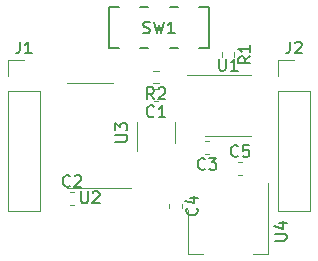
<source format=gbr>
%TF.GenerationSoftware,KiCad,Pcbnew,7.0.10*%
%TF.CreationDate,2024-05-08T17:05:56+09:00*%
%TF.ProjectId,CANFD_Module_withMCP2517FD&MCP2562FD,43414e46-445f-44d6-9f64-756c655f7769,rev?*%
%TF.SameCoordinates,Original*%
%TF.FileFunction,Legend,Top*%
%TF.FilePolarity,Positive*%
%FSLAX46Y46*%
G04 Gerber Fmt 4.6, Leading zero omitted, Abs format (unit mm)*
G04 Created by KiCad (PCBNEW 7.0.10) date 2024-05-08 17:05:56*
%MOMM*%
%LPD*%
G01*
G04 APERTURE LIST*
%ADD10C,0.150000*%
%ADD11C,0.120000*%
G04 APERTURE END LIST*
D10*
X127849333Y-73131819D02*
X127516000Y-72655628D01*
X127277905Y-73131819D02*
X127277905Y-72131819D01*
X127277905Y-72131819D02*
X127658857Y-72131819D01*
X127658857Y-72131819D02*
X127754095Y-72179438D01*
X127754095Y-72179438D02*
X127801714Y-72227057D01*
X127801714Y-72227057D02*
X127849333Y-72322295D01*
X127849333Y-72322295D02*
X127849333Y-72465152D01*
X127849333Y-72465152D02*
X127801714Y-72560390D01*
X127801714Y-72560390D02*
X127754095Y-72608009D01*
X127754095Y-72608009D02*
X127658857Y-72655628D01*
X127658857Y-72655628D02*
X127277905Y-72655628D01*
X128230286Y-72227057D02*
X128277905Y-72179438D01*
X128277905Y-72179438D02*
X128373143Y-72131819D01*
X128373143Y-72131819D02*
X128611238Y-72131819D01*
X128611238Y-72131819D02*
X128706476Y-72179438D01*
X128706476Y-72179438D02*
X128754095Y-72227057D01*
X128754095Y-72227057D02*
X128801714Y-72322295D01*
X128801714Y-72322295D02*
X128801714Y-72417533D01*
X128801714Y-72417533D02*
X128754095Y-72560390D01*
X128754095Y-72560390D02*
X128182667Y-73131819D01*
X128182667Y-73131819D02*
X128801714Y-73131819D01*
X138066819Y-85089904D02*
X138876342Y-85089904D01*
X138876342Y-85089904D02*
X138971580Y-85042285D01*
X138971580Y-85042285D02*
X139019200Y-84994666D01*
X139019200Y-84994666D02*
X139066819Y-84899428D01*
X139066819Y-84899428D02*
X139066819Y-84708952D01*
X139066819Y-84708952D02*
X139019200Y-84613714D01*
X139019200Y-84613714D02*
X138971580Y-84566095D01*
X138971580Y-84566095D02*
X138876342Y-84518476D01*
X138876342Y-84518476D02*
X138066819Y-84518476D01*
X138400152Y-83613714D02*
X139066819Y-83613714D01*
X138019200Y-83851809D02*
X138733485Y-84089904D01*
X138733485Y-84089904D02*
X138733485Y-83470857D01*
X124570819Y-76707904D02*
X125380342Y-76707904D01*
X125380342Y-76707904D02*
X125475580Y-76660285D01*
X125475580Y-76660285D02*
X125523200Y-76612666D01*
X125523200Y-76612666D02*
X125570819Y-76517428D01*
X125570819Y-76517428D02*
X125570819Y-76326952D01*
X125570819Y-76326952D02*
X125523200Y-76231714D01*
X125523200Y-76231714D02*
X125475580Y-76184095D01*
X125475580Y-76184095D02*
X125380342Y-76136476D01*
X125380342Y-76136476D02*
X124570819Y-76136476D01*
X124570819Y-75755523D02*
X124570819Y-75136476D01*
X124570819Y-75136476D02*
X124951771Y-75469809D01*
X124951771Y-75469809D02*
X124951771Y-75326952D01*
X124951771Y-75326952D02*
X124999390Y-75231714D01*
X124999390Y-75231714D02*
X125047009Y-75184095D01*
X125047009Y-75184095D02*
X125142247Y-75136476D01*
X125142247Y-75136476D02*
X125380342Y-75136476D01*
X125380342Y-75136476D02*
X125475580Y-75184095D01*
X125475580Y-75184095D02*
X125523200Y-75231714D01*
X125523200Y-75231714D02*
X125570819Y-75326952D01*
X125570819Y-75326952D02*
X125570819Y-75612666D01*
X125570819Y-75612666D02*
X125523200Y-75707904D01*
X125523200Y-75707904D02*
X125475580Y-75755523D01*
X121666095Y-80934819D02*
X121666095Y-81744342D01*
X121666095Y-81744342D02*
X121713714Y-81839580D01*
X121713714Y-81839580D02*
X121761333Y-81887200D01*
X121761333Y-81887200D02*
X121856571Y-81934819D01*
X121856571Y-81934819D02*
X122047047Y-81934819D01*
X122047047Y-81934819D02*
X122142285Y-81887200D01*
X122142285Y-81887200D02*
X122189904Y-81839580D01*
X122189904Y-81839580D02*
X122237523Y-81744342D01*
X122237523Y-81744342D02*
X122237523Y-80934819D01*
X122666095Y-81030057D02*
X122713714Y-80982438D01*
X122713714Y-80982438D02*
X122808952Y-80934819D01*
X122808952Y-80934819D02*
X123047047Y-80934819D01*
X123047047Y-80934819D02*
X123142285Y-80982438D01*
X123142285Y-80982438D02*
X123189904Y-81030057D01*
X123189904Y-81030057D02*
X123237523Y-81125295D01*
X123237523Y-81125295D02*
X123237523Y-81220533D01*
X123237523Y-81220533D02*
X123189904Y-81363390D01*
X123189904Y-81363390D02*
X122618476Y-81934819D01*
X122618476Y-81934819D02*
X123237523Y-81934819D01*
X133350095Y-69714819D02*
X133350095Y-70524342D01*
X133350095Y-70524342D02*
X133397714Y-70619580D01*
X133397714Y-70619580D02*
X133445333Y-70667200D01*
X133445333Y-70667200D02*
X133540571Y-70714819D01*
X133540571Y-70714819D02*
X133731047Y-70714819D01*
X133731047Y-70714819D02*
X133826285Y-70667200D01*
X133826285Y-70667200D02*
X133873904Y-70619580D01*
X133873904Y-70619580D02*
X133921523Y-70524342D01*
X133921523Y-70524342D02*
X133921523Y-69714819D01*
X134921523Y-70714819D02*
X134350095Y-70714819D01*
X134635809Y-70714819D02*
X134635809Y-69714819D01*
X134635809Y-69714819D02*
X134540571Y-69857676D01*
X134540571Y-69857676D02*
X134445333Y-69952914D01*
X134445333Y-69952914D02*
X134350095Y-70000533D01*
X126936667Y-67513200D02*
X127079524Y-67560819D01*
X127079524Y-67560819D02*
X127317619Y-67560819D01*
X127317619Y-67560819D02*
X127412857Y-67513200D01*
X127412857Y-67513200D02*
X127460476Y-67465580D01*
X127460476Y-67465580D02*
X127508095Y-67370342D01*
X127508095Y-67370342D02*
X127508095Y-67275104D01*
X127508095Y-67275104D02*
X127460476Y-67179866D01*
X127460476Y-67179866D02*
X127412857Y-67132247D01*
X127412857Y-67132247D02*
X127317619Y-67084628D01*
X127317619Y-67084628D02*
X127127143Y-67037009D01*
X127127143Y-67037009D02*
X127031905Y-66989390D01*
X127031905Y-66989390D02*
X126984286Y-66941771D01*
X126984286Y-66941771D02*
X126936667Y-66846533D01*
X126936667Y-66846533D02*
X126936667Y-66751295D01*
X126936667Y-66751295D02*
X126984286Y-66656057D01*
X126984286Y-66656057D02*
X127031905Y-66608438D01*
X127031905Y-66608438D02*
X127127143Y-66560819D01*
X127127143Y-66560819D02*
X127365238Y-66560819D01*
X127365238Y-66560819D02*
X127508095Y-66608438D01*
X127841429Y-66560819D02*
X128079524Y-67560819D01*
X128079524Y-67560819D02*
X128270000Y-66846533D01*
X128270000Y-66846533D02*
X128460476Y-67560819D01*
X128460476Y-67560819D02*
X128698572Y-66560819D01*
X129603333Y-67560819D02*
X129031905Y-67560819D01*
X129317619Y-67560819D02*
X129317619Y-66560819D01*
X129317619Y-66560819D02*
X129222381Y-66703676D01*
X129222381Y-66703676D02*
X129127143Y-66798914D01*
X129127143Y-66798914D02*
X129031905Y-66846533D01*
X135996819Y-69508666D02*
X135520628Y-69841999D01*
X135996819Y-70080094D02*
X134996819Y-70080094D01*
X134996819Y-70080094D02*
X134996819Y-69699142D01*
X134996819Y-69699142D02*
X135044438Y-69603904D01*
X135044438Y-69603904D02*
X135092057Y-69556285D01*
X135092057Y-69556285D02*
X135187295Y-69508666D01*
X135187295Y-69508666D02*
X135330152Y-69508666D01*
X135330152Y-69508666D02*
X135425390Y-69556285D01*
X135425390Y-69556285D02*
X135473009Y-69603904D01*
X135473009Y-69603904D02*
X135520628Y-69699142D01*
X135520628Y-69699142D02*
X135520628Y-70080094D01*
X135996819Y-68556285D02*
X135996819Y-69127713D01*
X135996819Y-68841999D02*
X134996819Y-68841999D01*
X134996819Y-68841999D02*
X135139676Y-68937237D01*
X135139676Y-68937237D02*
X135234914Y-69032475D01*
X135234914Y-69032475D02*
X135282533Y-69127713D01*
X139366666Y-68249819D02*
X139366666Y-68964104D01*
X139366666Y-68964104D02*
X139319047Y-69106961D01*
X139319047Y-69106961D02*
X139223809Y-69202200D01*
X139223809Y-69202200D02*
X139080952Y-69249819D01*
X139080952Y-69249819D02*
X138985714Y-69249819D01*
X139795238Y-68345057D02*
X139842857Y-68297438D01*
X139842857Y-68297438D02*
X139938095Y-68249819D01*
X139938095Y-68249819D02*
X140176190Y-68249819D01*
X140176190Y-68249819D02*
X140271428Y-68297438D01*
X140271428Y-68297438D02*
X140319047Y-68345057D01*
X140319047Y-68345057D02*
X140366666Y-68440295D01*
X140366666Y-68440295D02*
X140366666Y-68535533D01*
X140366666Y-68535533D02*
X140319047Y-68678390D01*
X140319047Y-68678390D02*
X139747619Y-69249819D01*
X139747619Y-69249819D02*
X140366666Y-69249819D01*
X116506666Y-68249819D02*
X116506666Y-68964104D01*
X116506666Y-68964104D02*
X116459047Y-69106961D01*
X116459047Y-69106961D02*
X116363809Y-69202200D01*
X116363809Y-69202200D02*
X116220952Y-69249819D01*
X116220952Y-69249819D02*
X116125714Y-69249819D01*
X117506666Y-69249819D02*
X116935238Y-69249819D01*
X117220952Y-69249819D02*
X117220952Y-68249819D01*
X117220952Y-68249819D02*
X117125714Y-68392676D01*
X117125714Y-68392676D02*
X117030476Y-68487914D01*
X117030476Y-68487914D02*
X116935238Y-68535533D01*
X134961333Y-77923580D02*
X134913714Y-77971200D01*
X134913714Y-77971200D02*
X134770857Y-78018819D01*
X134770857Y-78018819D02*
X134675619Y-78018819D01*
X134675619Y-78018819D02*
X134532762Y-77971200D01*
X134532762Y-77971200D02*
X134437524Y-77875961D01*
X134437524Y-77875961D02*
X134389905Y-77780723D01*
X134389905Y-77780723D02*
X134342286Y-77590247D01*
X134342286Y-77590247D02*
X134342286Y-77447390D01*
X134342286Y-77447390D02*
X134389905Y-77256914D01*
X134389905Y-77256914D02*
X134437524Y-77161676D01*
X134437524Y-77161676D02*
X134532762Y-77066438D01*
X134532762Y-77066438D02*
X134675619Y-77018819D01*
X134675619Y-77018819D02*
X134770857Y-77018819D01*
X134770857Y-77018819D02*
X134913714Y-77066438D01*
X134913714Y-77066438D02*
X134961333Y-77114057D01*
X135866095Y-77018819D02*
X135389905Y-77018819D01*
X135389905Y-77018819D02*
X135342286Y-77495009D01*
X135342286Y-77495009D02*
X135389905Y-77447390D01*
X135389905Y-77447390D02*
X135485143Y-77399771D01*
X135485143Y-77399771D02*
X135723238Y-77399771D01*
X135723238Y-77399771D02*
X135818476Y-77447390D01*
X135818476Y-77447390D02*
X135866095Y-77495009D01*
X135866095Y-77495009D02*
X135913714Y-77590247D01*
X135913714Y-77590247D02*
X135913714Y-77828342D01*
X135913714Y-77828342D02*
X135866095Y-77923580D01*
X135866095Y-77923580D02*
X135818476Y-77971200D01*
X135818476Y-77971200D02*
X135723238Y-78018819D01*
X135723238Y-78018819D02*
X135485143Y-78018819D01*
X135485143Y-78018819D02*
X135389905Y-77971200D01*
X135389905Y-77971200D02*
X135342286Y-77923580D01*
X131456580Y-82335666D02*
X131504200Y-82383285D01*
X131504200Y-82383285D02*
X131551819Y-82526142D01*
X131551819Y-82526142D02*
X131551819Y-82621380D01*
X131551819Y-82621380D02*
X131504200Y-82764237D01*
X131504200Y-82764237D02*
X131408961Y-82859475D01*
X131408961Y-82859475D02*
X131313723Y-82907094D01*
X131313723Y-82907094D02*
X131123247Y-82954713D01*
X131123247Y-82954713D02*
X130980390Y-82954713D01*
X130980390Y-82954713D02*
X130789914Y-82907094D01*
X130789914Y-82907094D02*
X130694676Y-82859475D01*
X130694676Y-82859475D02*
X130599438Y-82764237D01*
X130599438Y-82764237D02*
X130551819Y-82621380D01*
X130551819Y-82621380D02*
X130551819Y-82526142D01*
X130551819Y-82526142D02*
X130599438Y-82383285D01*
X130599438Y-82383285D02*
X130647057Y-82335666D01*
X130885152Y-81478523D02*
X131551819Y-81478523D01*
X130504200Y-81716618D02*
X131218485Y-81954713D01*
X131218485Y-81954713D02*
X131218485Y-81335666D01*
X132167333Y-79005580D02*
X132119714Y-79053200D01*
X132119714Y-79053200D02*
X131976857Y-79100819D01*
X131976857Y-79100819D02*
X131881619Y-79100819D01*
X131881619Y-79100819D02*
X131738762Y-79053200D01*
X131738762Y-79053200D02*
X131643524Y-78957961D01*
X131643524Y-78957961D02*
X131595905Y-78862723D01*
X131595905Y-78862723D02*
X131548286Y-78672247D01*
X131548286Y-78672247D02*
X131548286Y-78529390D01*
X131548286Y-78529390D02*
X131595905Y-78338914D01*
X131595905Y-78338914D02*
X131643524Y-78243676D01*
X131643524Y-78243676D02*
X131738762Y-78148438D01*
X131738762Y-78148438D02*
X131881619Y-78100819D01*
X131881619Y-78100819D02*
X131976857Y-78100819D01*
X131976857Y-78100819D02*
X132119714Y-78148438D01*
X132119714Y-78148438D02*
X132167333Y-78196057D01*
X132500667Y-78100819D02*
X133119714Y-78100819D01*
X133119714Y-78100819D02*
X132786381Y-78481771D01*
X132786381Y-78481771D02*
X132929238Y-78481771D01*
X132929238Y-78481771D02*
X133024476Y-78529390D01*
X133024476Y-78529390D02*
X133072095Y-78577009D01*
X133072095Y-78577009D02*
X133119714Y-78672247D01*
X133119714Y-78672247D02*
X133119714Y-78910342D01*
X133119714Y-78910342D02*
X133072095Y-79005580D01*
X133072095Y-79005580D02*
X133024476Y-79053200D01*
X133024476Y-79053200D02*
X132929238Y-79100819D01*
X132929238Y-79100819D02*
X132643524Y-79100819D01*
X132643524Y-79100819D02*
X132548286Y-79053200D01*
X132548286Y-79053200D02*
X132500667Y-79005580D01*
X120737333Y-80463580D02*
X120689714Y-80511200D01*
X120689714Y-80511200D02*
X120546857Y-80558819D01*
X120546857Y-80558819D02*
X120451619Y-80558819D01*
X120451619Y-80558819D02*
X120308762Y-80511200D01*
X120308762Y-80511200D02*
X120213524Y-80415961D01*
X120213524Y-80415961D02*
X120165905Y-80320723D01*
X120165905Y-80320723D02*
X120118286Y-80130247D01*
X120118286Y-80130247D02*
X120118286Y-79987390D01*
X120118286Y-79987390D02*
X120165905Y-79796914D01*
X120165905Y-79796914D02*
X120213524Y-79701676D01*
X120213524Y-79701676D02*
X120308762Y-79606438D01*
X120308762Y-79606438D02*
X120451619Y-79558819D01*
X120451619Y-79558819D02*
X120546857Y-79558819D01*
X120546857Y-79558819D02*
X120689714Y-79606438D01*
X120689714Y-79606438D02*
X120737333Y-79654057D01*
X121118286Y-79654057D02*
X121165905Y-79606438D01*
X121165905Y-79606438D02*
X121261143Y-79558819D01*
X121261143Y-79558819D02*
X121499238Y-79558819D01*
X121499238Y-79558819D02*
X121594476Y-79606438D01*
X121594476Y-79606438D02*
X121642095Y-79654057D01*
X121642095Y-79654057D02*
X121689714Y-79749295D01*
X121689714Y-79749295D02*
X121689714Y-79844533D01*
X121689714Y-79844533D02*
X121642095Y-79987390D01*
X121642095Y-79987390D02*
X121070667Y-80558819D01*
X121070667Y-80558819D02*
X121689714Y-80558819D01*
X127849333Y-74560580D02*
X127801714Y-74608200D01*
X127801714Y-74608200D02*
X127658857Y-74655819D01*
X127658857Y-74655819D02*
X127563619Y-74655819D01*
X127563619Y-74655819D02*
X127420762Y-74608200D01*
X127420762Y-74608200D02*
X127325524Y-74512961D01*
X127325524Y-74512961D02*
X127277905Y-74417723D01*
X127277905Y-74417723D02*
X127230286Y-74227247D01*
X127230286Y-74227247D02*
X127230286Y-74084390D01*
X127230286Y-74084390D02*
X127277905Y-73893914D01*
X127277905Y-73893914D02*
X127325524Y-73798676D01*
X127325524Y-73798676D02*
X127420762Y-73703438D01*
X127420762Y-73703438D02*
X127563619Y-73655819D01*
X127563619Y-73655819D02*
X127658857Y-73655819D01*
X127658857Y-73655819D02*
X127801714Y-73703438D01*
X127801714Y-73703438D02*
X127849333Y-73751057D01*
X128801714Y-74655819D02*
X128230286Y-74655819D01*
X128516000Y-74655819D02*
X128516000Y-73655819D01*
X128516000Y-73655819D02*
X128420762Y-73798676D01*
X128420762Y-73798676D02*
X128325524Y-73893914D01*
X128325524Y-73893914D02*
X128230286Y-73941533D01*
D11*
%TO.C,R2*%
X128253258Y-70724500D02*
X127778742Y-70724500D01*
X128253258Y-71769500D02*
X127778742Y-71769500D01*
%TO.C,U4*%
X137522000Y-80228000D02*
X137522000Y-86238000D01*
X130702000Y-82478000D02*
X130702000Y-86238000D01*
X130702000Y-86238000D02*
X131962000Y-86238000D01*
X137522000Y-86238000D02*
X136262000Y-86238000D01*
%TO.C,U3*%
X126406000Y-75046000D02*
X126406000Y-77496000D01*
X129626000Y-76846000D02*
X129626000Y-75046000D01*
%TO.C,U2*%
X122428000Y-80635000D02*
X120478000Y-80635000D01*
X122428000Y-71765000D02*
X120478000Y-71765000D01*
X122428000Y-80635000D02*
X125878000Y-80635000D01*
X122428000Y-71765000D02*
X124378000Y-71765000D01*
%TO.C,U1*%
X134112000Y-71100000D02*
X136062000Y-71100000D01*
X134112000Y-76220000D02*
X136062000Y-76220000D01*
X134112000Y-71100000D02*
X130662000Y-71100000D01*
X134112000Y-76220000D02*
X132162000Y-76220000D01*
D10*
%TO.C,SW1*%
X124020000Y-68806000D02*
X124020000Y-65306000D01*
X124870000Y-68806000D02*
X124020000Y-68806000D01*
X126670000Y-68806000D02*
X127370000Y-68806000D01*
X129170000Y-68806000D02*
X129870000Y-68806000D01*
X131670000Y-68806000D02*
X132520000Y-68806000D01*
X132520000Y-68806000D02*
X132520000Y-65306000D01*
X124020000Y-65306000D02*
X124870000Y-65306000D01*
X126670000Y-65306000D02*
X127370000Y-65306000D01*
X129170000Y-65306000D02*
X129870000Y-65306000D01*
X132520000Y-65306000D02*
X131670000Y-65306000D01*
D11*
%TO.C,R1*%
X133589500Y-69104742D02*
X133589500Y-69579258D01*
X134634500Y-69104742D02*
X134634500Y-69579258D01*
%TO.C,J2*%
X141030000Y-72395000D02*
X141030000Y-82615000D01*
X138370000Y-69795000D02*
X139700000Y-69795000D01*
X138370000Y-72395000D02*
X138370000Y-82615000D01*
X138370000Y-82615000D02*
X141030000Y-82615000D01*
X138370000Y-72395000D02*
X141030000Y-72395000D01*
X138370000Y-71125000D02*
X138370000Y-69795000D01*
%TO.C,J1*%
X115510000Y-71125000D02*
X115510000Y-69795000D01*
X115510000Y-72395000D02*
X118170000Y-72395000D01*
X115510000Y-82615000D02*
X118170000Y-82615000D01*
X115510000Y-72395000D02*
X115510000Y-82615000D01*
X115510000Y-69795000D02*
X116840000Y-69795000D01*
X118170000Y-72395000D02*
X118170000Y-82615000D01*
%TO.C,C5*%
X134987420Y-79504000D02*
X135268580Y-79504000D01*
X134987420Y-78484000D02*
X135268580Y-78484000D01*
%TO.C,C4*%
X129157000Y-82028420D02*
X129157000Y-82309580D01*
X130177000Y-82028420D02*
X130177000Y-82309580D01*
%TO.C,C3*%
X132474580Y-76706000D02*
X132193420Y-76706000D01*
X132474580Y-77726000D02*
X132193420Y-77726000D01*
%TO.C,C2*%
X120763420Y-82044000D02*
X121044580Y-82044000D01*
X120763420Y-81024000D02*
X121044580Y-81024000D01*
%TO.C,C1*%
X128156580Y-72261000D02*
X127875420Y-72261000D01*
X128156580Y-73281000D02*
X127875420Y-73281000D01*
%TD*%
M02*

</source>
